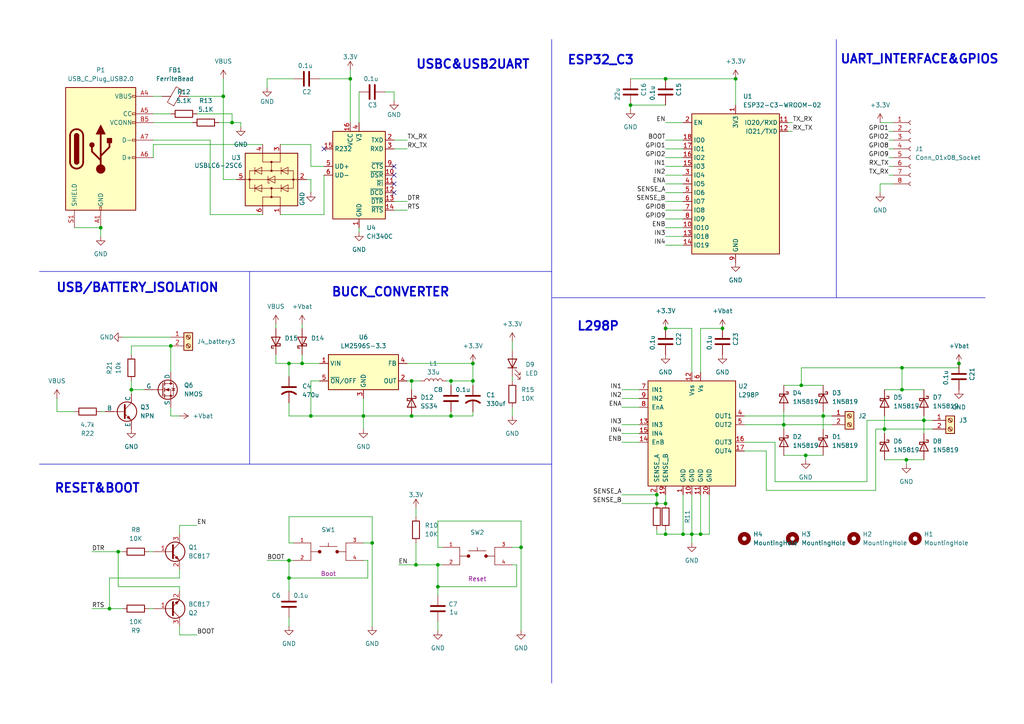
<source format=kicad_sch>
(kicad_sch (version 20250114) (generator "eeschema") (generator_version "9.0")
  (paper "A4")
  (lib_symbols
    (symbol "Connector:Conn_01x08_Socket" (pin_names (offset 1.016) (hide yes))
      (property "Reference" "J" (at 0 10.16 0))
      (property "Value" "Conn_01x08_Socket" (at 0 -12.7 0))
      (symbol "Conn_01x08_Socket_1_1"
        (pin passive line (at -5.08 7.62 0) (length 3.81) (name "Pin_1") (number "1"))
        (pin passive line (at -5.08 5.08 0) (length 3.81) (name "Pin_2") (number "2"))
        (pin passive line (at -5.08 2.54 0) (length 3.81) (name "Pin_3") (number "3"))
        (pin passive line (at -5.08 0 0) (length 3.81) (name "Pin_4") (number "4"))
        (pin passive line (at -5.08 -2.54 0) (length 3.81) (name "Pin_5") (number "5"))
        (pin passive line (at -5.08 -5.08 0) (length 3.81) (name "Pin_6") (number "6"))
        (pin passive line (at -5.08 -7.62 0) (length 3.81) (name "Pin_7") (number "7"))
        (pin passive line (at -5.08 -10.16 0) (length 3.81) (name "Pin_8") (number "8"))
      )
    )
    (symbol "Connector:Screw_Terminal_01x02" (pin_names (offset 1.016) (hide yes))
      (property "Reference" "J" (at 0 2.54 0))
      (property "Value" "Screw_Terminal_01x02" (at 0 -5.08 0))
      (symbol "Screw_Terminal_01x02_1_1"
        (pin passive line (at -5.08 0 0) (length 3.81) (name "Pin_1") (number "1"))
        (pin passive line (at -5.08 -2.54 0) (length 3.81) (name "Pin_2") (number "2"))
      )
    )
    (symbol "Connector:USB_C_Plug_USB2.0" (pin_names (offset 1.016))
      (property "Reference" "P" (at -10.16 19.05 0))
      (property "Value" "USB_C_Plug_USB2.0" (at 12.7 19.05 0))
      (symbol "USB_C_Plug_USB2.0_1_1"
        (pin passive line (at -7.62 -22.86 90) (length 5.08) (name "SHIELD") (number "S1"))
        (pin passive line (at 0 -22.86 90) (length 5.08) (name "GND") (number "A1"))
        (pin passive line (at 0 -22.86 90) (length 5.08) (hide yes) (name "GND") (number "A12"))
        (pin passive line (at 0 -22.86 90) (length 5.08) (hide yes) (name "GND") (number "B1"))
        (pin passive line (at 0 -22.86 90) (length 5.08) (hide yes) (name "GND") (number "B12"))
        (pin passive line (at 15.24 15.24 180) (length 5.08) (name "VBUS") (number "A4"))
        (pin passive line (at 15.24 15.24 180) (length 5.08) (hide yes) (name "VBUS") (number "A9"))
        (pin passive line (at 15.24 15.24 180) (length 5.08) (hide yes) (name "VBUS") (number "B4"))
        (pin passive line (at 15.24 15.24 180) (length 5.08) (hide yes) (name "VBUS") (number "B9"))
        (pin bidirectional line (at 15.24 10.16 180) (length 5.08) (name "CC") (number "A5"))
        (pin bidirectional line (at 15.24 7.62 180) (length 5.08) (name "VCONN") (number "B5"))
        (pin bidirectional line (at 15.24 2.54 180) (length 5.08) (name "D-") (number "A7"))
        (pin bidirectional line (at 15.24 -2.54 180) (length 5.08) (name "D+") (number "A6"))
      )
    )
    (symbol "Device:C_US" (pin_numbers (hide yes)) (pin_names (offset 0.254) (hide yes))
      (property "Reference" "C" (at 0.635 2.54 0))
      (property "Value" "C_US" (at 0.635 -2.54 0))
      (symbol "C_US_1_1"
        (pin passive line (at 0 3.81 270) (length 2.794) (name "~") (number "1"))
        (pin passive line (at 0 -3.81 90) (length 3.302) (name "~") (number "2"))
      )
    )
    (symbol "Device:FerriteBead" (pin_numbers (hide yes)) (pin_names (offset 0))
      (property "Reference" "FB" (at -3.81 0.635 90))
      (property "Value" "FerriteBead" (at 3.81 0 90))
      (symbol "FerriteBead_1_1"
        (pin passive line (at 0 3.81 270) (length 2.54) (name "~") (number "1"))
        (pin passive line (at 0 -3.81 90) (length 2.54) (name "~") (number "2"))
      )
    )
    (symbol "Device:L" (pin_numbers (hide yes)) (pin_names (offset 1.016) (hide yes))
      (property "Reference" "L" (at -1.27 0 90))
      (property "Value" "L" (at 1.905 0 90))
      (symbol "L_1_1"
        (pin passive line (at 0 3.81 270) (length 1.27) (name "1") (number "1"))
        (pin passive line (at 0 -3.81 90) (length 1.27) (name "2") (number "2"))
      )
    )
    (symbol "Device:LED" (pin_numbers (hide yes)) (pin_names (offset 1.016) (hide yes))
      (property "Reference" "D" (at 0 2.54 0))
      (property "Value" "LED" (at 0 -2.54 0))
      (symbol "LED_1_1"
        (pin passive line (at -3.81 0 0) (length 2.54) (name "K") (number "1"))
        (pin passive line (at 3.81 0 180) (length 2.54) (name "A") (number "2"))
      )
    )
    (symbol "Device:R" (pin_numbers (hide yes)) (pin_names (offset 0))
      (property "Reference" "R" (at 2.032 0 90))
      (property "Value" "R" (at 0 0 90))
      (symbol "R_1_1"
        (pin passive line (at 0 3.81 270) (length 1.27) (name "~") (number "1"))
        (pin passive line (at 0 -3.81 90) (length 1.27) (name "~") (number "2"))
      )
    )
    (symbol "Diode:1N5819" (pin_numbers (hide yes)) (pin_names (offset 1.016) (hide yes))
      (property "Reference" "D" (at 0 2.54 0))
      (property "Value" "1N5819" (at 0 -2.54 0))
      (symbol "1N5819_1_1"
        (pin passive line (at -3.81 0 0) (length 2.54) (name "K") (number "1"))
        (pin passive line (at 3.81 0 180) (length 2.54) (name "A") (number "2"))
      )
    )
    (symbol "Diode:SS34" (pin_numbers (hide yes)) (pin_names (offset 1.016) (hide yes))
      (property "Reference" "D" (at 0 2.54 0))
      (property "Value" "SS34" (at 0 -2.54 0))
      (symbol "SS34_1_1"
        (pin passive line (at -3.81 0 0) (length 2.54) (name "K") (number "1"))
        (pin passive line (at 3.81 0 180) (length 2.54) (name "A") (number "2"))
      )
    )
    (symbol "Driver_Motor:L298P" (pin_names (offset 1.016))
      (property "Reference" "U" (at -10.16 16.51 0))
      (property "Value" "L298P" (at 10.16 -16.51 0))
      (symbol "L298P_1_1"
        (pin input line (at -15.24 12.7 0) (length 2.54) (name "IN1") (number "7"))
        (pin input line (at -15.24 10.16 0) (length 2.54) (name "IN2") (number "9"))
        (pin input line (at -15.24 7.62 0) (length 2.54) (name "EnA") (number "8"))
        (pin input line (at -15.24 2.54 0) (length 2.54) (name "IN3") (number "13"))
        (pin input line (at -15.24 0 0) (length 2.54) (name "IN4") (number "15"))
        (pin input line (at -15.24 -2.54 0) (length 2.54) (name "EnB") (number "14"))
        (pin power_in line (at -10.16 -17.78 90) (length 2.54) (name "SENSE_A") (number "2"))
        (pin power_in line (at -7.62 -17.78 90) (length 2.54) (name "SENSE_B") (number "19"))
        (pin power_in line (at -2.54 -17.78 90) (length 2.54) (name "GND") (number "1"))
        (pin power_in line (at 0 17.78 270) (length 2.54) (name "Vss") (number "12"))
        (pin power_in line (at 0 -17.78 90) (length 2.54) (name "GND") (number "10"))
        (pin power_in line (at 2.54 17.78 270) (length 2.54) (name "Vs") (number "6"))
        (pin power_in line (at 2.54 -17.78 90) (length 2.54) (name "GND") (number "11"))
        (pin power_in line (at 5.08 -17.78 90) (length 2.54) (name "GND") (number "20"))
        (pin no_connect line (at 12.7 12.7 180) (length 2.54) (hide yes) (name "NC") (number "3"))
        (pin no_connect line (at 12.7 10.16 180) (length 2.54) (hide yes) (name "NC") (number "18"))
        (pin output line (at 15.24 5.08 180) (length 2.54) (name "OUT1") (number "4"))
        (pin output line (at 15.24 2.54 180) (length 2.54) (name "OUT2") (number "5"))
        (pin output line (at 15.24 -2.54 180) (length 2.54) (name "OUT3") (number "16"))
        (pin output line (at 15.24 -5.08 180) (length 2.54) (name "OUT4") (number "17"))
      )
    )
    (symbol "GND_1" (power) (pin_numbers (hide yes)) (pin_names (offset 0) (hide yes))
      (property "Value" "GND" (at 0 -3.81 0))
      (symbol "GND_1_1_1"
        (pin power_in line (at 0 0 270) (length 0) (name "~") (number "1"))
      )
    )
    (symbol "Interface_USB:CH340C"
      (property "Reference" "U" (at -5.08 13.97 0))
      (property "Value" "CH340C" (at 1.27 13.97 0))
      (symbol "CH340C_1_1"
        (pin input line (at -10.16 7.62 0) (length 2.54) (name "R232") (number "15"))
        (pin bidirectional line (at -10.16 2.54 0) (length 2.54) (name "UD+") (number "5"))
        (pin bidirectional line (at -10.16 0 0) (length 2.54) (name "UD-") (number "6"))
        (pin no_connect line (at -7.62 -5.08 0) (length 2.54) (hide yes) (name "NC") (number "7"))
        (pin no_connect line (at -7.62 -7.62 0) (length 2.54) (hide yes) (name "NC") (number "8"))
        (pin power_in line (at -2.54 15.24 270) (length 2.54) (name "VCC") (number "16"))
        (pin power_out line (at 0 15.24 270) (length 2.54) (name "V3") (number "4"))
        (pin power_in line (at 0 -15.24 90) (length 2.54) (name "GND") (number "1"))
        (pin output line (at 10.16 10.16 180) (length 2.54) (name "TXD") (number "2"))
        (pin input line (at 10.16 7.62 180) (length 2.54) (name "RXD") (number "3"))
        (pin input line (at 10.16 2.54 180) (length 2.54) (name "~{CTS}") (number "9"))
        (pin input line (at 10.16 0 180) (length 2.54) (name "~{DSR}") (number "10"))
        (pin input line (at 10.16 -2.54 180) (length 2.54) (name "~{RI}") (number "11"))
        (pin input line (at 10.16 -5.08 180) (length 2.54) (name "~{DCD}") (number "12"))
        (pin output line (at 10.16 -7.62 180) (length 2.54) (name "~{DTR}") (number "13"))
        (pin output line (at 10.16 -10.16 180) (length 2.54) (name "~{RTS}") (number "14"))
      )
    )
    (symbol "Mechanical:MountingHole" (pin_names (offset 1.016)) (in_bom no)
      (property "Reference" "H" (at 0 5.08 0))
      (property "Value" "MountingHole" (at 0 3.175 0))
    )
    (symbol "Power_Protection:USBLC6-2SC6" (pin_names (hide yes))
      (property "Reference" "U" (at 2.54 8.89 0))
      (property "Value" "USBLC6-2SC6" (at 2.54 -8.89 0))
      (symbol "USBLC6-2SC6_1_1"
        (pin passive line (at -10.16 2.54 0) (length 2.54) (name "I/O1") (number "6"))
        (pin passive line (at -10.16 -2.54 0) (length 2.54) (name "I/O1") (number "1"))
        (pin passive line (at 0 10.16 270) (length 2.54) (name "VBUS") (number "5"))
        (pin passive line (at 0 -10.16 90) (length 2.54) (name "GND") (number "2"))
        (pin passive line (at 10.16 2.54 180) (length 2.54) (name "I/O2") (number "4"))
        (pin passive line (at 10.16 -2.54 180) (length 2.54) (name "I/O2") (number "3"))
      )
    )
    (symbol "RF_Module:ESP32-C3-WROOM-02"
      (property "Reference" "U" (at -12.192 21.336 0))
      (property "Value" "ESP32-C3-WROOM-02" (at 12.192 21.336 0))
      (symbol "ESP32-C3-WROOM-02_1_1"
        (pin input line (at -15.24 17.78 0) (length 2.54) (name "EN") (number "2"))
        (pin bidirectional line (at -15.24 12.7 0) (length 2.54) (name "IO0") (number "18"))
        (pin bidirectional line (at -15.24 10.16 0) (length 2.54) (name "IO1") (number "17"))
        (pin bidirectional line (at -15.24 7.62 0) (length 2.54) (name "IO2") (number "16"))
        (pin bidirectional line (at -15.24 5.08 0) (length 2.54) (name "IO3") (number "15"))
        (pin bidirectional line (at -15.24 2.54 0) (length 2.54) (name "IO4") (number "3"))
        (pin bidirectional line (at -15.24 0 0) (length 2.54) (name "IO5") (number "4"))
        (pin bidirectional line (at -15.24 -2.54 0) (length 2.54) (name "IO6") (number "5"))
        (pin bidirectional line (at -15.24 -5.08 0) (length 2.54) (name "IO7") (number "6"))
        (pin bidirectional line (at -15.24 -7.62 0) (length 2.54) (name "IO8") (number "7"))
        (pin bidirectional line (at -15.24 -10.16 0) (length 2.54) (name "IO9") (number "8"))
        (pin bidirectional line (at -15.24 -12.7 0) (length 2.54) (name "IO10") (number "10"))
        (pin bidirectional line (at -15.24 -15.24 0) (length 2.54) (name "IO18") (number "13"))
        (pin bidirectional line (at -15.24 -17.78 0) (length 2.54) (name "IO19") (number "14"))
        (pin power_in line (at 0 22.86 270) (length 2.54) (name "3V3") (number "1"))
        (pin passive line (at 0 -22.86 90) (length 2.54) (hide yes) (name "GND") (number "19"))
        (pin power_in line (at 0 -22.86 90) (length 2.54) (name "GND") (number "9"))
        (pin bidirectional line (at 15.24 17.78 180) (length 2.54) (name "IO20/RXD") (number "11"))
        (pin bidirectional line (at 15.24 15.24 180) (length 2.54) (name "IO21/TXD") (number "12"))
      )
    )
    (symbol "Regulator_Switching:LM2596S-3.3"
      (property "Reference" "U" (at -10.16 6.35 0))
      (property "Value" "LM2596S-3.3" (at 0 6.35 0))
      (symbol "LM2596S-3.3_1_1"
        (pin power_in line (at -12.7 2.54 0) (length 2.54) (name "VIN") (number "1"))
        (pin input line (at -12.7 -2.54 0) (length 2.54) (name "~{ON}/OFF") (number "5"))
        (pin power_in line (at 0 -7.62 90) (length 2.54) (name "GND") (number "3"))
        (pin input line (at 12.7 2.54 180) (length 2.54) (name "FB") (number "4"))
        (pin output line (at 12.7 -2.54 180) (length 2.54) (name "OUT") (number "2"))
      )
    )
    (symbol "Simulation_SPICE:NMOS" (pin_numbers (hide yes)) (pin_names (offset 0))
      (property "Reference" "Q" (at 5.08 1.27 0))
      (property "Value" "NMOS" (at 5.08 -1.27 0))
      (symbol "NMOS_1_1"
        (pin input line (at -5.08 0 0) (length 2.54) (name "G") (number "2"))
        (pin passive line (at 2.54 5.08 270) (length 2.54) (name "D") (number "1"))
        (pin passive line (at 2.54 -5.08 90) (length 2.54) (name "S") (number "3"))
      )
    )
    (symbol "Simulation_SPICE:NPN" (pin_numbers (hide yes)) (pin_names (offset 0))
      (property "Reference" "Q" (at -2.54 7.62 0))
      (property "Value" "NPN" (at -2.54 5.08 0))
      (symbol "NPN_1_1"
        (pin input line (at -5.08 0 0) (length 2.54) (name "B") (number "2"))
        (pin open_collector line (at 2.54 5.08 270) (length 2.54) (name "C") (number "1"))
        (pin open_emitter line (at 2.54 -5.08 90) (length 2.54) (name "E") (number "3"))
      )
    )
    (symbol "SparkFun-Capacitor:C" (pin_numbers (hide yes)) (pin_names (offset 0.254))
      (property "Reference" "C" (at 0.635 2.54 0))
      (property "Value" "C" (at 0.635 -2.54 0))
      (property "Voltage" "1kV" (at 0 -6.35 0))
      (property "Tolerance" "100%" (at 0 -8.89 0))
      (symbol "C_1_1"
        (pin passive line (at 0 3.81 270) (length 2.794) (name "~") (number "1"))
        (pin passive line (at 0 -3.81 90) (length 2.794) (name "~") (number "2"))
      )
    )
    (symbol "SparkFun-PowerSymbol:3.3V" (power) (pin_names (offset 0))
      (property "Value" "3.3V" (at 0 3.81 0))
      (symbol "3.3V_1_1"
        (pin power_in line (at 0 0 90) (length 0) (hide yes) (name "3.3V") (number "1"))
      )
    )
    (symbol "TL3305AF260QG:TL3305AF260QG" (pin_names (offset 1.016))
      (property "Reference" "U" (at -5.08 5.08 0))
      (property "Value" "TL3305AF260QG" (at -5.08 -5.08 0))
      (symbol "TL3305AF260QG_0_0"
        (pin passive line (at -10.16 2.54 0) (length 5.08) (name "~") (number "1"))
        (pin passive line (at -10.16 -2.54 0) (length 5.08) (name "~") (number "2"))
        (pin passive line (at 10.16 2.54 180) (length 5.08) (name "~") (number "3"))
        (pin passive line (at 10.16 -2.54 180) (length 5.08) (name "~") (number "4"))
      )
    )
    (symbol "Transistor_BJT:BC817" (pin_names (offset 0) (hide yes))
      (property "Reference" "Q" (at 5.08 1.905 0))
      (property "Value" "BC817" (at 5.08 0 0))
      (symbol "BC817_1_1"
        (pin input line (at -5.08 0 0) (length 5.715) (name "B") (number "1"))
        (pin passive line (at 2.54 5.08 270) (length 2.54) (name "C") (number "3"))
        (pin passive line (at 2.54 -5.08 90) (length 2.54) (name "E") (number "2"))
      )
    )
    (symbol "power:+3.3V" (power) (pin_numbers (hide yes)) (pin_names (offset 0) (hide yes))
      (property "Value" "+3.3V" (at 0 3.556 0))
      (symbol "+3.3V_1_1"
        (pin power_in line (at 0 0 90) (length 0) (name "~") (number "1"))
      )
    )
    (symbol "power:GND" (power) (pin_names (offset 0))
      (property "Value" "GND" (at 0 -3.81 0))
      (symbol "GND_1_1"
        (pin power_in line (at 0 0 270) (length 0) (hide yes) (name "GND") (number "1"))
      )
    )
    (symbol "power:VBUS" (power) (pin_numbers (hide yes)) (pin_names (offset 0) (hide yes))
      (property "Value" "VBUS" (at 0 3.556 0))
      (symbol "VBUS_1_1"
        (pin power_in line (at 0 0 90) (length 0) (name "~") (number "1"))
      )
    )
  )
  (text "UART_INTERFACE&GPIOS" (at 266.7 17.272 0) (effects (font (size 2.54 2.54) (thickness 0.508) (bold yes))))
  (text "BUCK_CONVERTER" (at 113.284 84.836 0) (effects (font (size 2.54 2.54) (thickness 0.508) (bold yes))))
  (text "L298P" (at 173.482 94.742 0) (effects (font (size 2.54 2.54) (thickness 0.508) (bold yes))))
  (text "USB/BATTERY_ISOLATION" (at 39.878 83.566 0) (effects (font (size 2.54 2.54) (thickness 0.508) (bold yes))))
  (text "USBC&USB2UART" (at 137.16 18.796 0) (effects (font (size 2.54 2.54) (thickness 0.508) (bold yes))))
  (text "RESET&BOOT" (at 28.194 141.732 0) (effects (font (size 2.54 2.54) (thickness 0.508) (bold yes))))
  (text "ESP32_C3" (at 174.244 17.526 0) (effects (font (size 2.54 2.54) (thickness 0.508) (bold yes))))
  (junction (at 190.5 143.51))
  (junction (at 261.62 113.03))
  (junction (at 101.6 22.86))
  (junction (at 120.65 163.83))
  (junction (at 203.2 154.94))
  (junction (at 193.04 146.05))
  (junction (at 130.81 120.65))
  (junction (at 190.5 146.05))
  (junction (at 233.68 132.08))
  (junction (at 151.13 158.75))
  (junction (at 182.88 30.48))
  (junction (at 267.97 121.92))
  (junction (at 29.21 66.04))
  (junction (at 64.77 27.94))
  (junction (at 261.62 106.68))
  (junction (at 31.75 176.53))
  (junction (at 34.29 160.02))
  (junction (at 90.17 120.65))
  (junction (at 119.38 110.49))
  (junction (at 38.1 113.03))
  (junction (at 209.55 95.25))
  (junction (at 49.53 100.33))
  (junction (at 198.12 154.94))
  (junction (at 137.16 110.49))
  (junction (at 262.89 133.35))
  (junction (at 107.95 157.48))
  (junction (at 119.38 120.65))
  (junction (at 238.76 120.65))
  (junction (at 200.66 154.94))
  (junction (at 193.04 22.86))
  (junction (at 278.13 105.41))
  (junction (at 193.04 95.25))
  (junction (at 213.36 22.86))
  (junction (at 87.63 105.41))
  (junction (at 83.82 167.64))
  (junction (at 127 163.83))
  (junction (at 256.54 124.46))
  (junction (at 227.33 123.19))
  (junction (at 83.82 162.56))
  (junction (at 105.41 120.65))
  (junction (at 130.81 110.49))
  (junction (at 232.41 111.76))
  (junction (at 67.31 35.56))
  (junction (at 83.82 105.41))
  (junction (at 127 170.18))
  (junction (at 137.16 105.41))
  (junction (at 193.04 154.94))
  (no_connect (at 114.3 50.8))
  (no_connect (at 114.3 48.26))
  (no_connect (at 93.98 43.18))
  (no_connect (at 114.3 55.88))
  (no_connect (at 114.3 53.34))
  (wire (pts (xy 115.57 163.83) (xy 120.65 163.83)))
  (wire (pts (xy 148.59 118.11) (xy 148.59 120.65)))
  (wire (pts (xy 180.34 113.03) (xy 185.42 113.03)))
  (wire (pts (xy 256.54 120.65) (xy 256.54 124.46)))
  (wire (pts (xy 270.51 121.92) (xy 267.97 121.92)))
  (wire (pts (xy 203.2 95.25) (xy 209.55 95.25)))
  (wire (pts (xy 190.5 154.94) (xy 193.04 154.94)))
  (wire (pts (xy 193.04 43.18) (xy 198.12 43.18)))
  (wire (pts (xy 180.34 123.19) (xy 185.42 123.19)))
  (polyline (pts (xy 160.02 86.36) (xy 285.75 86.36)) (stroke (width 0) (type solid)))
  (wire (pts (xy 137.16 110.49) (xy 137.16 111.76)))
  (wire (pts (xy 80.01 93.98) (xy 80.01 95.25)))
  (wire (pts (xy 200.66 154.94) (xy 200.66 157.48)))
  (wire (pts (xy 34.29 160.02) (xy 35.56 160.02)))
  (wire (pts (xy 127 158.75) (xy 127 151.13)))
  (wire (pts (xy 215.9 120.65) (xy 238.76 120.65)))
  (wire (pts (xy 52.07 171.45) (xy 52.07 170.18)))
  (wire (pts (xy 193.04 68.58) (xy 198.12 68.58)))
  (wire (pts (xy 254 124.46) (xy 256.54 124.46)))
  (wire (pts (xy 261.62 106.68) (xy 261.62 113.03)))
  (wire (pts (xy 83.82 157.48) (xy 83.82 149.86)))
  (polyline (pts (xy 242.57 11.43) (xy 242.57 12.7)))
  (wire (pts (xy 111.76 26.67) (xy 114.3 26.67)))
  (wire (pts (xy 224.79 128.27) (xy 224.79 139.7)))
  (wire (pts (xy 227.33 119.38) (xy 227.33 123.19)))
  (wire (pts (xy 31.75 167.64) (xy 31.75 176.53)))
  (wire (pts (xy 233.68 132.08) (xy 238.76 132.08)))
  (wire (pts (xy 105.41 120.65) (xy 105.41 124.46)))
  (wire (pts (xy 83.82 149.86) (xy 107.95 149.86)))
  (wire (pts (xy 200.66 143.51) (xy 200.66 154.94)))
  (wire (pts (xy 182.88 30.48) (xy 182.88 31.75)))
  (wire (pts (xy 193.04 22.86) (xy 182.88 22.86)))
  (wire (pts (xy 77.47 22.86) (xy 77.47 25.4)))
  (wire (pts (xy 229.87 35.56) (xy 228.6 35.56)))
  (wire (pts (xy 101.6 22.86) (xy 101.6 35.56)))
  (wire (pts (xy 259.08 53.34) (xy 255.27 53.34)))
  (wire (pts (xy 127 151.13) (xy 151.13 151.13)))
  (wire (pts (xy 44.45 40.64) (xy 60.96 40.64)))
  (wire (pts (xy 193.04 48.26) (xy 198.12 48.26)))
  (wire (pts (xy 200.66 95.25) (xy 200.66 107.95)))
  (wire (pts (xy 29.21 119.38) (xy 30.48 119.38)))
  (wire (pts (xy 106.68 162.56) (xy 106.68 167.64)))
  (wire (pts (xy 119.38 110.49) (xy 121.92 110.49)))
  (wire (pts (xy 257.81 48.26) (xy 259.08 48.26)))
  (wire (pts (xy 130.81 119.38) (xy 130.81 120.65)))
  (wire (pts (xy 255.27 35.56) (xy 259.08 35.56)))
  (wire (pts (xy 215.9 130.81) (xy 222.25 130.81)))
  (wire (pts (xy 222.25 142.24) (xy 254 142.24)))
  (wire (pts (xy 267.97 121.92) (xy 267.97 125.73)))
  (wire (pts (xy 148.59 158.75) (xy 151.13 158.75)))
  (wire (pts (xy 251.46 139.7) (xy 251.46 121.92)))
  (wire (pts (xy 93.98 62.23) (xy 93.98 50.8)))
  (polyline (pts (xy 11.43 78.74) (xy 160.02 78.74)))
  (wire (pts (xy 148.59 99.06) (xy 148.59 101.6)))
  (wire (pts (xy 193.04 45.72) (xy 198.12 45.72)))
  (wire (pts (xy 118.11 110.49) (xy 119.38 110.49)))
  (wire (pts (xy 52.07 165.1) (xy 52.07 167.64)))
  (wire (pts (xy 35.56 97.79) (xy 49.53 97.79)))
  (wire (pts (xy 105.41 120.65) (xy 119.38 120.65)))
  (wire (pts (xy 52.07 184.15) (xy 57.15 184.15)))
  (wire (pts (xy 257.81 45.72) (xy 259.08 45.72)))
  (wire (pts (xy 213.36 22.86) (xy 213.36 30.48)))
  (wire (pts (xy 129.54 110.49) (xy 130.81 110.49)))
  (wire (pts (xy 149.86 163.83) (xy 148.59 163.83)))
  (wire (pts (xy 257.81 43.18) (xy 259.08 43.18)))
  (wire (pts (xy 44.45 41.91) (xy 44.45 45.72)))
  (wire (pts (xy 203.2 154.94) (xy 200.66 154.94)))
  (wire (pts (xy 213.36 22.86) (xy 193.04 22.86)))
  (wire (pts (xy 44.45 35.56) (xy 55.88 35.56)))
  (wire (pts (xy 41.91 113.03) (xy 38.1 113.03)))
  (wire (pts (xy 52.07 181.61) (xy 52.07 184.15)))
  (wire (pts (xy 180.34 125.73) (xy 185.42 125.73)))
  (wire (pts (xy 193.04 40.64) (xy 198.12 40.64)))
  (wire (pts (xy 21.59 66.04) (xy 29.21 66.04)))
  (wire (pts (xy 81.28 62.23) (xy 93.98 62.23)))
  (wire (pts (xy 180.34 128.27) (xy 185.42 128.27)))
  (wire (pts (xy 16.51 119.38) (xy 16.51 115.57)))
  (wire (pts (xy 44.45 27.94) (xy 46.99 27.94)))
  (wire (pts (xy 83.82 116.84) (xy 83.82 120.65)))
  (wire (pts (xy 52.07 152.4) (xy 57.15 152.4)))
  (wire (pts (xy 257.81 38.1) (xy 259.08 38.1)))
  (wire (pts (xy 198.12 143.51) (xy 198.12 154.94)))
  (wire (pts (xy 227.33 111.76) (xy 232.41 111.76)))
  (wire (pts (xy 119.38 110.49) (xy 119.38 113.03)))
  (polyline (pts (xy 242.57 12.7) (xy 242.57 86.36)))
  (wire (pts (xy 107.95 149.86) (xy 107.95 157.48)))
  (wire (pts (xy 137.16 119.38) (xy 137.16 120.65)))
  (wire (pts (xy 90.17 48.26) (xy 93.98 48.26)))
  (wire (pts (xy 114.3 60.96) (xy 118.11 60.96)))
  (wire (pts (xy 34.29 160.02) (xy 34.29 170.18)))
  (wire (pts (xy 92.71 110.49) (xy 90.17 110.49)))
  (wire (pts (xy 31.75 176.53) (xy 35.56 176.53)))
  (wire (pts (xy 127 163.83) (xy 128.27 163.83)))
  (wire (pts (xy 26.67 176.53) (xy 31.75 176.53)))
  (wire (pts (xy 255.27 53.34) (xy 255.27 55.88)))
  (wire (pts (xy 38.1 113.03) (xy 38.1 114.3)))
  (wire (pts (xy 241.3 120.65) (xy 238.76 120.65)))
  (wire (pts (xy 83.82 120.65) (xy 90.17 120.65)))
  (wire (pts (xy 83.82 179.07) (xy 83.82 181.61)))
  (wire (pts (xy 83.82 167.64) (xy 83.82 171.45)))
  (wire (pts (xy 26.67 160.02) (xy 34.29 160.02)))
  (wire (pts (xy 261.62 113.03) (xy 267.97 113.03)))
  (wire (pts (xy 238.76 120.65) (xy 238.76 119.38)))
  (wire (pts (xy 232.41 111.76) (xy 238.76 111.76)))
  (wire (pts (xy 114.3 40.64) (xy 118.11 40.64)))
  (wire (pts (xy 114.3 58.42) (xy 118.11 58.42)))
  (wire (pts (xy 105.41 120.65) (xy 105.41 115.57)))
  (wire (pts (xy 193.04 53.34) (xy 198.12 53.34)))
  (wire (pts (xy 64.77 22.86) (xy 64.77 27.94)))
  (wire (pts (xy 215.9 128.27) (xy 224.79 128.27)))
  (wire (pts (xy 193.04 35.56) (xy 198.12 35.56)))
  (wire (pts (xy 256.54 113.03) (xy 261.62 113.03)))
  (polyline (pts (xy 160.02 11.43) (xy 160.02 198.12)) (stroke (width 0) (type solid)))
  (wire (pts (xy 232.41 106.68) (xy 232.41 111.76)))
  (wire (pts (xy 63.5 35.56) (xy 67.31 35.56)))
  (wire (pts (xy 203.2 143.51) (xy 203.2 154.94)))
  (wire (pts (xy 130.81 110.49) (xy 137.16 110.49)))
  (wire (pts (xy 205.74 143.51) (xy 205.74 154.94)))
  (wire (pts (xy 190.5 154.94) (xy 190.5 153.67)))
  (wire (pts (xy 114.3 26.67) (xy 114.3 29.21)))
  (wire (pts (xy 241.3 123.19) (xy 227.33 123.19)))
  (wire (pts (xy 193.04 143.51) (xy 193.04 146.05)))
  (wire (pts (xy 101.6 20.32) (xy 101.6 22.86)))
  (wire (pts (xy 180.34 118.11) (xy 185.42 118.11)))
  (wire (pts (xy 149.86 170.18) (xy 149.86 163.83)))
  (wire (pts (xy 85.09 22.86) (xy 77.47 22.86)))
  (wire (pts (xy 69.85 35.56) (xy 69.85 36.83)))
  (wire (pts (xy 267.97 121.92) (xy 267.97 120.65)))
  (wire (pts (xy 49.53 100.33) (xy 38.1 100.33)))
  (wire (pts (xy 137.16 105.41) (xy 137.16 110.49)))
  (wire (pts (xy 83.82 105.41) (xy 83.82 109.22)))
  (wire (pts (xy 198.12 154.94) (xy 200.66 154.94)))
  (wire (pts (xy 130.81 110.49) (xy 130.81 111.76)))
  (wire (pts (xy 256.54 124.46) (xy 256.54 125.73)))
  (wire (pts (xy 67.31 33.02) (xy 67.31 35.56)))
  (wire (pts (xy 90.17 110.49) (xy 90.17 120.65)))
  (wire (pts (xy 76.2 41.91) (xy 44.45 41.91)))
  (wire (pts (xy 90.17 41.91) (xy 90.17 48.26)))
  (wire (pts (xy 49.53 100.33) (xy 49.53 107.95)))
  (wire (pts (xy 67.31 35.56) (xy 69.85 35.56)))
  (wire (pts (xy 43.18 160.02) (xy 44.45 160.02)))
  (wire (pts (xy 193.04 60.96) (xy 198.12 60.96)))
  (wire (pts (xy 180.34 146.05) (xy 190.5 146.05)))
  (polyline (pts (xy 72.39 78.74) (xy 72.39 134.62)))
  (wire (pts (xy 60.96 62.23) (xy 76.2 62.23)))
  (wire (pts (xy 52.07 170.18) (xy 34.29 170.18)))
  (wire (pts (xy 190.5 146.05) (xy 193.04 146.05)))
  (wire (pts (xy 193.04 153.67) (xy 193.04 154.94)))
  (wire (pts (xy 262.89 133.35) (xy 262.89 134.62)))
  (wire (pts (xy 49.53 120.65) (xy 52.07 120.65)))
  (wire (pts (xy 87.63 105.41) (xy 92.71 105.41)))
  (wire (pts (xy 49.53 118.11) (xy 49.53 120.65)))
  (wire (pts (xy 44.45 33.02) (xy 49.53 33.02)))
  (wire (pts (xy 254 142.24) (xy 254 124.46)))
  (wire (pts (xy 193.04 58.42) (xy 198.12 58.42)))
  (wire (pts (xy 104.14 66.04) (xy 104.14 67.31)))
  (wire (pts (xy 64.77 27.94) (xy 54.61 27.94)))
  (wire (pts (xy 107.95 157.48) (xy 107.95 181.61)))
  (wire (pts (xy 87.63 102.87) (xy 87.63 105.41)))
  (wire (pts (xy 238.76 120.65) (xy 238.76 124.46)))
  (wire (pts (xy 101.6 22.86) (xy 92.71 22.86)))
  (wire (pts (xy 87.63 105.41) (xy 83.82 105.41)))
  (wire (pts (xy 77.47 162.56) (xy 83.82 162.56)))
  (wire (pts (xy 257.81 40.64) (xy 259.08 40.64)))
  (wire (pts (xy 90.17 52.07) (xy 90.17 55.88)))
  (wire (pts (xy 193.04 71.12) (xy 198.12 71.12)))
  (wire (pts (xy 52.07 167.64) (xy 31.75 167.64)))
  (wire (pts (xy 148.59 109.22) (xy 148.59 110.49)))
  (wire (pts (xy 114.3 43.18) (xy 118.11 43.18)))
  (wire (pts (xy 105.41 162.56) (xy 106.68 162.56)))
  (wire (pts (xy 193.04 63.5) (xy 198.12 63.5)))
  (wire (pts (xy 193.04 55.88) (xy 198.12 55.88)))
  (wire (pts (xy 203.2 95.25) (xy 203.2 107.95)))
  (wire (pts (xy 83.82 157.48) (xy 85.09 157.48)))
  (wire (pts (xy 120.65 147.32) (xy 120.65 149.86)))
  (wire (pts (xy 151.13 158.75) (xy 151.13 182.88)))
  (wire (pts (xy 83.82 162.56) (xy 85.09 162.56)))
  (wire (pts (xy 60.96 40.64) (xy 60.96 62.23)))
  (wire (pts (xy 127 170.18) (xy 149.86 170.18)))
  (wire (pts (xy 38.1 100.33) (xy 38.1 102.87)))
  (wire (pts (xy 43.18 176.53) (xy 44.45 176.53)))
  (wire (pts (xy 81.28 41.91) (xy 90.17 41.91)))
  (wire (pts (xy 16.51 119.38) (xy 21.59 119.38)))
  (wire (pts (xy 120.65 163.83) (xy 127 163.83)))
  (wire (pts (xy 87.63 93.98) (xy 87.63 95.25)))
  (polyline (pts (xy 11.43 134.62) (xy 160.02 134.62)) (stroke (width 0) (type solid)))
  (wire (pts (xy 256.54 133.35) (xy 262.89 133.35)))
  (wire (pts (xy 229.87 38.1) (xy 228.6 38.1)))
  (wire (pts (xy 83.82 167.64) (xy 106.68 167.64)))
  (wire (pts (xy 64.77 52.07) (xy 64.77 27.94)))
  (wire (pts (xy 29.21 66.04) (xy 29.21 68.58)))
  (wire (pts (xy 68.58 52.07) (xy 64.77 52.07)))
  (wire (pts (xy 262.89 133.35) (xy 267.97 133.35)))
  (wire (pts (xy 127 170.18) (xy 127 172.72)))
  (wire (pts (xy 90.17 120.65) (xy 105.41 120.65)))
  (wire (pts (xy 119.38 120.65) (xy 130.81 120.65)))
  (wire (pts (xy 38.1 110.49) (xy 38.1 113.03)))
  (wire (pts (xy 57.15 33.02) (xy 67.31 33.02)))
  (wire (pts (xy 270.51 124.46) (xy 256.54 124.46)))
  (wire (pts (xy 190.5 143.51) (xy 190.5 146.05)))
  (wire (pts (xy 205.74 154.94) (xy 203.2 154.94)))
  (wire (pts (xy 52.07 154.94) (xy 52.07 152.4)))
  (wire (pts (xy 127 158.75) (xy 128.27 158.75)))
  (wire (pts (xy 104.14 26.67) (xy 104.14 35.56)))
  (wire (pts (xy 233.68 132.08) (xy 233.68 133.35)))
  (wire (pts (xy 193.04 66.04) (xy 198.12 66.04)))
  (wire (pts (xy 80.01 105.41) (xy 83.82 105.41)))
  (wire (pts (xy 278.13 106.68) (xy 278.13 105.41)))
  (wire (pts (xy 127 180.34) (xy 127 182.88)))
  (wire (pts (xy 193.04 154.94) (xy 198.12 154.94)))
  (wire (pts (xy 151.13 151.13) (xy 151.13 158.75)))
  (wire (pts (xy 83.82 162.56) (xy 83.82 167.64)))
  (wire (pts (xy 193.04 50.8) (xy 198.12 50.8)))
  (wire (pts (xy 232.41 106.68) (xy 261.62 106.68)))
  (wire (pts (xy 120.65 157.48) (xy 120.65 163.83)))
  (wire (pts (xy 200.66 95.25) (xy 193.04 95.25)))
  (wire (pts (xy 180.34 143.51) (xy 190.5 143.51)))
  (wire (pts (xy 222.25 130.81) (xy 222.25 142.24)))
  (wire (pts (xy 105.41 157.48) (xy 107.95 157.48)))
  (wire (pts (xy 261.62 106.68) (xy 278.13 106.68)))
  (wire (pts (xy 227.33 132.08) (xy 233.68 132.08)))
  (wire (pts (xy 224.79 139.7) (xy 251.46 139.7)))
  (wire (pts (xy 215.9 123.19) (xy 227.33 123.19)))
  (wire (pts (xy 80.01 102.87) (xy 80.01 105.41)))
  (wire (pts (xy 227.33 123.19) (xy 227.33 124.46)))
  (wire (pts (xy 118.11 105.41) (xy 137.16 105.41)))
  (wire (pts (xy 127 163.83) (xy 127 170.18)))
  (wire (pts (xy 251.46 121.92) (xy 267.97 121.92)))
  (wire (pts (xy 182.88 30.48) (xy 193.04 30.48)))
  (wire (pts (xy 180.34 115.57) (xy 185.42 115.57)))
  (wire (pts (xy 88.9 52.07) (xy 90.17 52.07)))
  (wire (pts (xy 257.81 50.8) (xy 259.08 50.8)))
  (wire (pts (xy 130.81 120.65) (xy 137.16 120.65)))
  (label "RX_TX" (at 229.87 38.1 0))
  (label "ENA" (at 193.04 53.34 180))
  (label "DTR" (at 118.11 58.42 0))
  (label "TX_RX" (at 118.11 40.64 0))
  (label "RTS" (at 118.11 60.96 0))
  (label "SENSE_A" (at 180.34 143.51 180))
  (label "BOOT" (at 77.47 162.56 0))
  (label "GPIO8" (at 193.04 60.96 180))
  (label "ENA" (at 180.34 118.11 180))
  (label "EN" (at 57.15 152.4 0))
  (label "RTS" (at 26.67 176.53 0))
  (label "IN1" (at 180.34 113.03 180))
  (label "GPIO8" (at 257.81 43.18 180))
  (label "DTR" (at 26.67 160.02 0))
  (label "EN" (at 115.57 163.83 0))
  (label "GPIO2" (at 257.81 40.64 180))
  (label "IN3" (at 193.04 68.58 180))
  (label "IN4" (at 180.34 125.73 180))
  (label "ENB" (at 193.04 66.04 180))
  (label "GPIO1" (at 257.81 38.1 180))
  (label "SENSE_A" (at 193.04 55.88 180))
  (label "TX_RX" (at 229.87 35.56 0))
  (label "TX_RX" (at 257.81 50.8 180))
  (label "GPIO9" (at 257.81 45.72 180))
  (label "SENSE_B" (at 193.04 58.42 180))
  (label "ENB" (at 180.34 128.27 180))
  (label "IN4" (at 193.04 71.12 180))
  (label "RX_TX" (at 118.11 43.18 0))
  (label "EN" (at 193.04 35.56 180))
  (label "GPIO9" (at 193.04 63.5 180))
  (label "IN2" (at 180.34 115.57 180))
  (label "BOOT" (at 193.04 40.64 180))
  (label "GPIO2" (at 193.04 45.72 180))
  (label "SENSE_B" (at 180.34 146.05 180))
  (label "RX_TX" (at 257.81 48.26 180))
  (label "BOOT" (at 57.15 184.15 0))
  (label "IN3" (at 180.34 123.19 180))
  (label "IN1" (at 193.04 48.26 180))
  (label "GPIO1" (at 193.04 43.18 180))
  (label "IN2" (at 193.04 50.8 180))
  (symbol (lib_id "power:GND") (at 200.66 157.48 0) (unit 1)
    (property "Reference" "#PWR027" (effects (hide yes)))
    (property "Value" "GND" (at 200.66 162.56 0))
    (property "Description" "Power symbol creates a global label with name \"GND\" , ground" (effects (hide yes)))
  )
  (symbol (lib_id "power:+3.3V") (at 137.16 105.41 0) (unit 1)
    (property "Reference" "#PWR040" (effects (hide yes)))
    (property "Value" "+3.3V" (at 137.16 100.33 0))
    (property "Description" "Power symbol creates a global label with name \"+3.3V\"" (effects (hide yes)))
  )
  (symbol (lib_id "RF_Module:ESP32-C3-WROOM-02") (at 213.36 53.34 0) (unit 1)
    (property "Reference" "U1" (at 215.5033 27.94 0) (effects (justify left)))
    (property "Value" "ESP32-C3-WROOM-02" (at 215.5033 30.48 0) (effects (justify left)))
    (property "Footprint" "RF_Module:ESP32-C3-WROOM-02" (effects (hide yes)))
    (property "Datasheet" "https://www.espressif.com/sites/default/files/documentation/esp32-c3-wroom-02_datasheet_en.pdf" (effects (hide yes)))
    (property "Description" "802.11 b/g/n Wi­Fi and Bluetooth 5 module, ESP32­C3 SoC, RISC­V microprocessor, On-board antenna" (effects (hide yes)))
  )
  (symbol (lib_id "Simulation_SPICE:NMOS") (at 46.99 113.03 0) (unit 1)
    (property "Reference" "Q6" (at 53.34 111.7599 0) (effects (justify left)))
    (property "Value" "NMOS" (at 53.34 114.2999 0) (effects (justify left)))
    (property "Footprint" "Package_TO_SOT_SMD:TO-252-2" (effects (hide yes)))
    (property "Datasheet" "https://ngspice.sourceforge.io/docs/ngspice-html-manual/manual.xhtml#cha_MOSFETs" (effects (hide yes)))
    (property "Description" "N-MOSFET transistor, drain/source/gate" (effects (hide yes)))
    (property "Sim.Device" "NMOS" (effects (hide yes)))
    (property "Sim.Type" "VDMOS" (effects (hide yes)))
    (property "Sim.Pins" "1=D 2=G 3=S" (effects (hide yes)))
  )
  (symbol (lib_id "Connector:Screw_Terminal_01x02") (at 275.59 121.92 0) (unit 1)
    (property "Reference" "J3" (at 278.13 121.9199 0) (effects (justify left)))
    (property "Value" "Screw_Terminal_01x02" (effects (hide yes)))
    (property "Footprint" "TerminalBlock_Phoenix:TerminalBlock_Phoenix_MPT-0,5-2-2.54_1x02_P2.54mm_Horizontal" (effects (hide yes)))
    (property "Description" "Generic screw terminal, single row, 01x02, script generated (kicad-library-utils/schlib/autogen/connector/)" (effects (hide yes)))
  )
  (symbol (lib_id "SparkFun-PowerSymbol:3.3V") (at 120.65 147.32 0) (unit 1)
    (property "Reference" "#PWR013" (effects (hide yes)))
    (property "Value" "3.3V" (at 120.65 143.51 0))
    (property "Description" "Power symbol creates a global label with name \"3.3V\"" (effects (hide yes)))
  )
  (symbol (lib_id "Diode:1N5819") (at 227.33 115.57 270) (unit 1)
    (property "Reference" "D4" (at 229.87 113.9824 90) (effects (justify left)))
    (property "Value" "1N5819" (at 229.87 116.5224 90) (effects (justify left)))
    (property "Footprint" "Diode_SMD:D_SMB" (effects (hide yes)))
    (property "Datasheet" "http://www.vishay.com/docs/88525/1n5817.pdf" (effects (hide yes)))
    (property "Description" "40V 1A Schottky Barrier Rectifier Diode, DO-41" (effects (hide yes)))
  )
  (symbol (lib_id "Device:R") (at 193.04 149.86 0) (mirror x) (unit 1)
    (property "Reference" "R11" (at 199.39 149.86 90))
    (property "Value" "1" (effects (hide yes)))
    (property "Footprint" "Resistor_SMD:R_0805_2012Metric" (effects (hide yes)))
    (property "Description" "Resistor" (effects (hide yes)))
    (property "PACKAGE" "0805" (effects (hide yes)))
  )
  (symbol (lib_id "Mechanical:MountingHole") (at 229.87 156.21 0) (unit 1) (in_bom no)
    (property "Reference" "H3" (at 232.41 154.9399 0) (effects (justify left)))
    (property "Value" "MountingHole" (at 232.41 157.4799 0) (effects (justify left)))
    (property "Footprint" "MountingHole:MountingHole_2.2mm_M2_DIN965_Pad_TopOnly" (effects (hide yes)))
    (property "Description" "Mounting Hole without connection" (effects (hide yes)))
  )
  (symbol (lib_id "Device:R") (at 190.5 149.86 0) (mirror x) (unit 1)
    (property "Reference" "R14" (effects (hide yes)))
    (property "Value" "1" (effects (hide yes)))
    (property "Footprint" "Resistor_SMD:R_0805_2012Metric" (effects (hide yes)))
    (property "Description" "Resistor" (effects (hide yes)))
    (property "PACKAGE" "0805" (effects (hide yes)))
  )
  (symbol (lib_id "Power_Protection:USBLC6-2SC6") (at 78.74 52.07 90) (unit 1)
    (property "Reference" "U3" (at 69.85 45.72 90) (effects (justify left)))
    (property "Value" "USBLC6-2SC6" (at 70.358 48.006 90) (effects (justify left)))
    (property "Footprint" "Package_TO_SOT_SMD:SOT-23-6" (effects (hide yes)))
    (property "Datasheet" "https://www.st.com/resource/en/datasheet/usblc6-2.pdf" (effects (hide yes)))
    (property "Description" "ESD Suppressors / TVS Diodes ESD Protection Low Cap" (effects (hide yes)))
    (property "Manufacturer_Name" "STMicroelectronics" (effects (hide yes)))
    (property "Manufacturer_Part_Number" "USBLC6-2SC6" (effects (hide yes)))
    (property "Mouser Part Number" "511-USBLC6-2SC6" (effects (hide yes)))
    (property "MANUFACTURER" "STMicroelectronics" (effects (hide yes)))
    (property "PACKAGE" "SOT-23-6" (effects (hide yes)))
  )
  (symbol (lib_id "power:GND") (at 77.47 25.4 0) (unit 1)
    (property "Reference" "#PWR03" (effects (hide yes)))
    (property "Value" "GND" (at 77.47 29.464 0))
    (property "Description" "Power symbol creates a global label with name \"GND\" , ground" (effects (hide yes)))
  )
  (symbol (lib_id "Mechanical:MountingHole") (at 247.65 156.21 0) (unit 1) (in_bom no)
    (property "Reference" "H2" (at 250.19 154.9399 0) (effects (justify left)))
    (property "Value" "MountingHole" (at 250.19 157.4799 0) (effects (justify left)))
    (property "Footprint" "MountingHole:MountingHole_2.2mm_M2_DIN965_Pad_TopOnly" (effects (hide yes)))
    (property "Description" "Mounting Hole without connection" (effects (hide yes)))
  )
  (symbol (lib_id "TL3305AF260QG:TL3305AF260QG") (at 138.43 161.29 0) (unit 1)
    (property "Reference" "SW2" (at 138.43 154.432 0))
    (property "Value" "1101NE" (effects (hide yes)))
    (property "Footprint" "New_Library:SW_FSM8JH" (effects (hide yes)))
    (property "Datasheet" "https://www.sparkfun.com/datasheets/Components/1101.pdf" (effects (hide yes)))
    (property "Description" "SMD_6x3.5mm_h2.5mm" (effects (hide yes)))
    (property "PROD_ID" "SWCH-14278" (effects (hide yes)))
    (property "Mfg Part#" "8-004 SMD Button 8x3.6mm Height=2.5mm" (effects (hide yes)))
    (property "Purpose" "Reset" (at 138.43 167.894 0))
    (property "Manufacturer_Part_Number" "1101NE" (effects (hide yes)))
    (property "MF" "E-Switch" (effects (hide yes)))
    (property "Description_1" "Tactile Switch SPST-NO Top Actuated Surface Mount" (effects (hide yes)))
    (property "Package" "SMD-4 E-Switch" (effects (hide yes)))
    (property "Price" "None" (effects (hide yes)))
    (property "SnapEDA_Link" "https://www.snapeda.com/parts/TL3305AF260QG/E-Switch/view-part/?ref=snap" (effects (hide yes)))
    (property "MP" "TL3305AF260QG" (effects (hide yes)))
    (property "Availability" "In Stock" (effects (hide yes)))
    (property "Check_prices" "https://www.snapeda.com/parts/TL3305AF260QG/E-Switch/view-part/?ref=eda" (effects (hide yes)))
    (property "STANDARD" "Manufacturer recommendations" (effects (hide yes)))
    (property "PARTREV" "C" (effects (hide yes)))
    (property "MANUFACTURER" "E-Switch" (effects (hide yes)))
    (property "MAXIMUM_PACKAGE_HEIGHT" "3.8mm" (effects (hide yes)))
  )
  (symbol (lib_id "Diode:1N5819") (at 238.76 128.27 270) (unit 1)
    (property "Reference" "D1" (at 241.3 126.6824 90) (effects (justify left)))
    (property "Value" "1N5819" (at 241.3 129.2224 90) (effects (justify left)))
    (property "Footprint" "Diode_SMD:D_SMB" (effects (hide yes)))
    (property "Datasheet" "http://www.vishay.com/docs/88525/1n5817.pdf" (effects (hide yes)))
    (property "Description" "40V 1A Schottky Barrier Rectifier Diode, DO-41" (effects (hide yes)))
  )
  (symbol (lib_id "Mechanical:MountingHole") (at 215.9 156.21 0) (unit 1) (in_bom no)
    (property "Reference" "H4" (at 218.44 154.9399 0) (effects (justify left)))
    (property "Value" "MountingHole" (at 218.44 157.4799 0) (effects (justify left)))
    (property "Footprint" "MountingHole:MountingHole_2.2mm_M2_DIN965_Pad_TopOnly" (effects (hide yes)))
    (property "Description" "Mounting Hole without connection" (effects (hide yes)))
  )
  (symbol (lib_id "Connector:Screw_Terminal_01x02") (at 54.61 97.79 0) (unit 1)
    (property "Reference" "J4_battery3" (at 57.15 99.0599 0) (effects (justify left)))
    (property "Value" "Screw_Terminal_01x02" (effects (hide yes)))
    (property "Footprint" "TerminalBlock_Phoenix:TerminalBlock_Phoenix_MPT-0,5-2-2.54_1x02_P2.54mm_Horizontal" (effects (hide yes)))
    (property "Description" "Generic screw terminal, single row, 01x02, script generated (kicad-library-utils/schlib/autogen/connector/)" (effects (hide yes)))
  )
  (symbol (lib_id "Connector:Conn_01x08_Socket") (at 264.16 43.18 0) (unit 1)
    (property "Reference" "J1" (at 265.43 43.1799 0) (effects (justify left)))
    (property "Value" "Conn_01x08_Socket" (at 265.43 45.7199 0) (effects (justify left)))
    (property "Footprint" "Connector_PinSocket_1.27mm:PinSocket_1x08_P1.27mm_Vertical_SMD_Pin1Right" (effects (hide yes)))
    (property "Description" "Generic connector, single row, 01x08, script generated" (effects (hide yes)))
  )
  (symbol (lib_id "SparkFun-Capacitor:C") (at 127 176.53 0) (unit 1)
    (property "Reference" "C7" (at 130.048 175.26 0) (effects (justify left)))
    (property "Value" "1u" (at 130.302 177.546 0) (effects (justify left)))
    (property "Footprint" "Capacitor_SMD:C_0805_2012Metric" (effects (hide yes)))
    (property "Datasheet" "https://cdn.sparkfun.com/assets/8/a/4/a/5/Kemet_Capacitor_Datasheet.pdf" (effects (hide yes)))
    (property "PROD_ID" "CAP-00000" (effects (hide yes)))
    (property "Voltage" "1kV" (effects (hide yes)))
    (property "Tolerance" "100%" (effects (hide yes)))
  )
  (symbol (lib_id "Device:R") (at 59.69 35.56 90) (unit 1)
    (property "Reference" "R13" (at 59.69 29.21 90))
    (property "Value" "5.1K" (at 59.69 31.75 90))
    (property "Footprint" "Resistor_SMD:R_0805_2012Metric" (effects (hide yes)))
    (property "Description" "Resistor" (effects (hide yes)))
    (property "PACKAGE" "0805" (effects (hide yes)))
  )
  (symbol (lib_id "power:+3.3V") (at 213.36 22.86 0) (unit 1)
    (property "Reference" "#PWR031" (effects (hide yes)))
    (property "Value" "+3.3V" (at 213.36 17.78 0))
    (property "Description" "Power symbol creates a global label with name \"+3.3V\"" (effects (hide yes)))
  )
  (symbol (lib_id "Device:L") (at 125.73 110.49 90) (unit 1)
    (property "Reference" "L1" (at 125.73 105.41 90))
    (property "Value" "33u" (at 125.73 107.95 90))
    (property "Footprint" "Inductor_SMD:L_APV_ANR3010" (effects (hide yes)))
    (property "Description" "Inductor" (effects (hide yes)))
  )
  (symbol (lib_id "power:GND") (at 105.41 124.46 0) (unit 1)
    (property "Reference" "#PWR039" (effects (hide yes)))
    (property "Value" "GND" (at 105.41 129.54 0))
    (property "Description" "Power symbol creates a global label with name \"GND\" , ground" (effects (hide yes)))
  )
  (symbol (lib_id "power:GND") (at 69.85 36.83 0) (unit 1)
    (property "Reference" "#PWR024" (effects (hide yes)))
    (property "Value" "GND" (at 69.85 41.91 0))
    (property "Description" "Power symbol creates a global label with name \"GND\" , ground" (effects (hide yes)))
  )
  (symbol (lib_id "Driver_Motor:L298P") (at 200.66 125.73 0) (unit 1)
    (property "Reference" "U2" (at 214.122 112.014 0) (effects (justify left)))
    (property "Value" "L298P" (at 214.122 114.554 0) (effects (justify left)))
    (property "Footprint" "New_Library:SOIC127P1420X360-20N" (effects (hide yes)))
    (property "Datasheet" "http://www.st.com/st-web-ui/static/active/en/resource/technical/document/datasheet/CD00000240.pdf" (effects (hide yes)))
    (property "Description" "Dual full bridge motor driver, up to 46V, 4A" (effects (hide yes)))
  )
  (symbol (lib_id "SparkFun-Capacitor:C") (at 193.04 99.06 0) (unit 1)
    (property "Reference" "C22" (at 196.85 100.33 90) (effects (justify left)))
    (property "Value" "0.1u" (at 189.23 101.6 90) (effects (justify left)))
    (property "Footprint" "Capacitor_SMD:C_0805_2012Metric" (effects (hide yes)))
    (property "Datasheet" "https://cdn.sparkfun.com/assets/8/a/4/a/5/Kemet_Capacitor_Datasheet.pdf" (effects (hide yes)))
    (property "PROD_ID" "CAP-00000" (effects (hide yes)))
    (property "Voltage" "1kV" (effects (hide yes)))
    (property "Tolerance" "100%" (effects (hide yes)))
    (property "Purpose" "Bypass  capacitor." (effects (hide yes)))
  )
  (symbol (lib_id "power:VBUS") (at 64.77 22.86 0) (unit 1)
    (property "Reference" "#PWR08" (effects (hide yes)))
    (property "Value" "VBUS" (at 64.77 17.78 0))
    (property "Description" "Power symbol creates a global label with name \"VBUS\"" (effects (hide yes)))
  )
  (symbol (lib_id "Regulator_Switching:LM2596S-3.3") (at 105.41 107.95 0) (unit 1)
    (property "Reference" "U6" (at 105.41 97.79 0))
    (property "Value" "LM2596S-3.3" (at 105.41 100.33 0))
    (property "Footprint" "Package_TO_SOT_SMD:TO-263-5_TabPin3" (effects (hide yes)))
    (property "Datasheet" "http://www.ti.com/lit/ds/symlink/lm2596.pdf" (effects (hide yes)))
    (property "Description" "3.3V 3A Step-Down Voltage Regulator, TO-263" (effects (hide yes)))
  )
  (symbol (lib_id "Device:C_US") (at 83.82 113.03 0) (unit 1)
    (property "Reference" "C4" (at 87.63 112.0139 0) (effects (justify left)))
    (property "Value" "470u" (at 87.63 114.5539 0) (effects (justify left)))
    (property "Footprint" "Capacitor_SMD:C_Elec_4x5.4" (effects (hide yes)))
    (property "Description" "capacitor, US symbol" (effects (hide yes)))
  )
  (symbol (lib_id "Device:C_US") (at 137.16 115.57 0) (unit 1)
    (property "Reference" "C1" (at 140.97 114.5539 0) (effects (justify left)))
    (property "Value" "330uf" (at 140.97 117.0939 0) (effects (justify left)))
    (property "Footprint" "Capacitor_SMD:C_Elec_4x5.4" (effects (hide yes)))
    (property "Description" "capacitor, US symbol" (effects (hide yes)))
  )
  (symbol (lib_id "power:VBUS") (at 16.51 115.57 0) (unit 1)
    (property "Reference" "#PWR045" (effects (hide yes)))
    (property "Value" "VBUS" (at 16.51 110.49 0))
    (property "Description" "Power symbol creates a global label with name \"VBUS\"" (effects (hide yes)))
  )
  (symbol (lib_id "SparkFun-Capacitor:C") (at 83.82 175.26 0) (unit 1)
    (property "Reference" "C6" (at 78.74 172.72 0) (effects (justify left)))
    (property "Value" "0.1u" (at 85.09 172.72 0) (effects (justify left)))
    (property "Footprint" "Capacitor_SMD:C_0805_2012Metric" (effects (hide yes)))
    (property "Datasheet" "https://cdn.sparkfun.com/assets/8/a/4/a/5/Kemet_Capacitor_Datasheet.pdf" (effects (hide yes)))
    (property "PROD_ID" "CAP-00000" (effects (hide yes)))
    (property "Voltage" "1kV" (effects (hide yes)))
    (property "Tolerance" "100%" (effects (hide yes)))
    (property "Purpose" "Debounce capacitor" (effects (hide yes)))
  )
  (symbol (lib_id "Device:LED") (at 148.59 105.41 90) (unit 1)
    (property "Reference" "D9" (at 152.4 105.7274 90) (effects (justify right)))
    (property "Value" "LED" (at 152.4 108.2674 90) (effects (justify right)))
    (property "Footprint" "LED_SMD:LED_0805_2012Metric" (effects (hide yes)))
    (property "Description" "Light emitting diode" (effects (hide yes)))
    (property "Sim.Pins" "1=K 2=A" (effects (hide yes)))
  )
  (symbol (lib_name "GND_1") (lib_id "power:GND") (at 90.17 55.88 0) (unit 1)
    (property "Reference" "#PWR04" (effects (hide yes)))
    (property "Value" "GND" (at 87.63 55.626 90) (effects (justify right)))
    (property "Description" "Power symbol creates a global label with name \"GND\" , ground" (effects (hide yes)))
  )
  (symbol (lib_id "power:GND") (at 213.36 76.2 0) (unit 1)
    (property "Reference" "#PWR019" (effects (hide yes)))
    (property "Value" "GND" (at 213.36 81.28 0))
    (property "Description" "Power symbol creates a global label with name \"GND\" , ground" (effects (hide yes)))
  )
  (symbol (lib_id "power:GND") (at 107.95 181.61 0) (unit 1)
    (property "Reference" "#PWR012" (effects (hide yes)))
    (property "Value" "GND" (at 107.95 186.69 0))
    (property "Description" "Power symbol creates a global label with name \"GND\" , ground" (effects (hide yes)))
  )
  (symbol (lib_id "SparkFun-Capacitor:C") (at 278.13 109.22 0) (unit 1)
    (property "Reference" "C21" (at 281.94 110.49 90) (effects (justify left)))
    (property "Value" "0.1u" (at 274.32 111.76 90) (effects (justify left)))
    (property "Footprint" "Capacitor_SMD:C_0805_2012Metric" (effects (hide yes)))
    (property "Datasheet" "https://cdn.sparkfun.com/assets/8/a/4/a/5/Kemet_Capacitor_Datasheet.pdf" (effects (hide yes)))
    (property "PROD_ID" "CAP-00000" (effects (hide yes)))
    (property "Voltage" "1kV" (effects (hide yes)))
    (property "Tolerance" "100%" (effects (hide yes)))
    (property "Purpose" "Bypass  capacitor." (effects (hide yes)))
  )
  (symbol (lib_id "power:GND") (at 83.82 181.61 0) (unit 1)
    (property "Reference" "#PWR011" (effects (hide yes)))
    (property "Value" "GND" (at 83.82 186.69 0))
    (property "Description" "Power symbol creates a global label with name \"GND\" , ground" (effects (hide yes)))
  )
  (symbol (lib_id "Device:R") (at 53.34 33.02 90) (unit 1)
    (property "Reference" "R12" (at 53.34 26.67 90))
    (property "Value" "5.1K" (at 53.34 29.21 90))
    (property "Footprint" "Resistor_SMD:R_0805_2012Metric" (effects (hide yes)))
    (property "Description" "Resistor" (effects (hide yes)))
    (property "PACKAGE" "0805" (effects (hide yes)))
  )
  (symbol (lib_id "Device:R") (at 120.65 153.67 180) (unit 1)
    (property "Reference" "R10" (at 123.19 152.3999 0) (effects (justify right)))
    (property "Value" "10K" (at 123.19 154.9399 0) (effects (justify right)))
    (property "Footprint" "Resistor_SMD:R_0805_2012Metric" (effects (hide yes)))
    (property "Description" "Resistor" (effects (hide yes)))
    (property "Purpose" "Pull-up" (effects (hide yes)))
    (property "PACKAGE" "0805" (effects (hide yes)))
  )
  (symbol (lib_id "Mechanical:MountingHole") (at 265.43 156.21 0) (unit 1) (in_bom no)
    (property "Reference" "H1" (at 267.97 154.9399 0) (effects (justify left)))
    (property "Value" "MountingHole" (at 267.97 157.4799 0) (effects (justify left)))
    (property "Footprint" "MountingHole:MountingHole_2.2mm_M2_DIN965_Pad_TopOnly" (effects (hide yes)))
    (property "Description" "Mounting Hole without connection" (effects (hide yes)))
  )
  (symbol (lib_id "Diode:1N5819") (at 238.76 115.57 270) (unit 1)
    (property "Reference" "D3" (at 241.3 113.9824 90) (effects (justify left)))
    (property "Value" "1N5819" (at 241.3 116.5224 90) (effects (justify left)))
    (property "Footprint" "Diode_SMD:D_SMB" (effects (hide yes)))
    (property "Datasheet" "http://www.vishay.com/docs/88525/1n5817.pdf" (effects (hide yes)))
    (property "Description" "40V 1A Schottky Barrier Rectifier Diode, DO-41" (effects (hide yes)))
  )
  (symbol (lib_id "power:GND") (at 114.3 29.21 0) (unit 1)
    (property "Reference" "#PWR016" (effects (hide yes)))
    (property "Value" "GND" (at 114.3 33.274 0))
    (property "Description" "Power symbol creates a global label with name \"GND\" , ground" (effects (hide yes)))
  )
  (symbol (lib_id "power:VBUS") (at 80.01 93.98 0) (unit 1)
    (property "Reference" "#PWR038" (effects (hide yes)))
    (property "Value" "VBUS" (at 80.01 88.9 0))
    (property "Description" "Power symbol creates a global label with name \"VBUS\"" (effects (hide yes)))
  )
  (symbol (lib_id "power:+3.3V") (at 52.07 120.65 270) (unit 1)
    (property "Reference" "#PWR044" (effects (hide yes)))
    (property "Value" "+Vbat" (at 55.88 120.6499 90) (effects (justify left)))
    (property "Description" "Power symbol creates a global label with name \"+3.3V\"" (effects (hide yes)))
  )
  (symbol (lib_id "power:+3.3V") (at 209.55 95.25 0) (unit 1)
    (property "Reference" "#PWR023" (effects (hide yes)))
    (property "Value" "+Vbat" (at 209.55 90.17 0))
    (property "Description" "Power symbol creates a global label with name \"+3.3V\"" (effects (hide yes)))
  )
  (symbol (lib_id "power:GND") (at 262.89 134.62 0) (unit 1)
    (property "Reference" "#PWR021" (effects (hide yes)))
    (property "Value" "GND" (at 262.89 139.7 0))
    (property "Description" "Power symbol creates a global label with name \"GND\" , ground" (effects (hide yes)))
  )
  (symbol (lib_id "Diode:1N5819") (at 80.01 99.06 90) (unit 1)
    (property "Reference" "D15" (at 82.55 98.1074 90) (effects (justify right)))
    (property "Value" "1N5819" (effects (hide yes)))
    (property "Footprint" "Diode_SMD:D_SMF" (effects (hide yes)))
    (property "Datasheet" "http://www.vishay.com/docs/88525/1n5817.pdf" (effects (hide yes)))
    (property "Description" "40V 1A Schottky Barrier Rectifier Diode, DO-41" (effects (hide yes)))
  )
  (symbol (lib_id "power:+3.3V") (at 87.63 93.98 0) (unit 1)
    (property "Reference" "#PWR037" (effects (hide yes)))
    (property "Value" "+Vbat" (at 87.63 88.9 0))
    (property "Description" "Power symbol creates a global label with name \"+3.3V\"" (effects (hide yes)))
  )
  (symbol (lib_id "power:GND") (at 151.13 182.88 0) (unit 1)
    (property "Reference" "#PWR015" (effects (hide yes)))
    (property "Value" "GND" (at 151.13 187.96 0))
    (property "Description" "Power symbol creates a global label with name \"GND\" , ground" (effects (hide yes)))
  )
  (symbol (lib_id "power:GND") (at 278.13 113.03 0) (unit 1)
    (property "Reference" "#PWR022" (effects (hide yes)))
    (property "Value" "GND" (at 278.13 118.11 0))
    (property "Description" "Power symbol creates a global label with name \"GND\" , ground" (effects (hide yes)))
  )
  (symbol (lib_id "Device:R") (at 39.37 176.53 90) (mirror x) (unit 1)
    (property "Reference" "R9" (at 39.37 182.88 90))
    (property "Value" "10K" (at 39.37 180.34 90))
    (property "Footprint" "Resistor_SMD:R_0805_2012Metric" (effects (hide yes)))
    (property "Description" "Resistor" (effects (hide yes)))
    (property "PACKAGE" "0805" (effects (hide yes)))
  )
  (symbol (lib_id "power:GND") (at 255.27 55.88 0) (unit 1)
    (property "Reference" "#PWR032" (effects (hide yes)))
    (property "Value" "GND" (at 255.27 60.96 0))
    (property "Description" "Power symbol creates a global label with name \"GND\" , ground" (effects (hide yes)))
  )
  (symbol (lib_id "Diode:1N5819") (at 267.97 129.54 270) (unit 1)
    (property "Reference" "D8" (at 270.51 127.9524 90) (effects (justify left)))
    (property "Value" "1N5819" (at 270.51 130.4924 90) (effects (justify left)))
    (property "Footprint" "Diode_SMD:D_SMB" (effects (hide yes)))
    (property "Datasheet" "http://www.vishay.com/docs/88525/1n5817.pdf" (effects (hide yes)))
    (property "Description" "40V 1A Schottky Barrier Rectifier Diode, DO-41" (effects (hide yes)))
  )
  (symbol (lib_id "Diode:1N5819") (at 227.33 128.27 270) (unit 1)
    (property "Reference" "D2" (at 229.87 126.6824 90) (effects (justify left)))
    (property "Value" "1N5819" (at 229.87 129.2224 90) (effects (justify left)))
    (property "Footprint" "Diode_SMD:D_SMB" (effects (hide yes)))
    (property "Datasheet" "http://www.vishay.com/docs/88525/1n5817.pdf" (effects (hide yes)))
    (property "Description" "40V 1A Schottky Barrier Rectifier Diode, DO-41" (effects (hide yes)))
  )
  (symbol (lib_id "Transistor_BJT:BC817") (at 49.53 160.02 0) (unit 1)
    (property "Reference" "Q1" (at 54.61 158.7499 0) (effects (justify left)))
    (property "Value" "BC817" (at 54.61 161.2899 0) (effects (justify left)))
    (property "Footprint" "Package_TO_SOT_SMD:SOT-23" (effects (hide yes)))
    (property "Datasheet" "https://www.onsemi.com/pub/Collateral/BC818-D.pdf" (effects (hide yes)))
    (property "Description" "0.8A Ic, 45V Vce, NPN Transistor, SOT-23" (effects (hide yes)))
    (property "Manufacturer_Part_Number" "BC817" (effects (hide yes)))
    (property "PACKAGE" "SOT-23" (effects (hide yes)))
  )
  (symbol (lib_id "Diode:1N5819") (at 267.97 116.84 270) (unit 1)
    (property "Reference" "D7" (at 270.51 115.2524 90) (effects (justify left)))
    (property "Value" "1N5819" (at 270.51 117.7924 90) (effects (justify left)))
    (property "Footprint" "Diode_SMD:D_SMB" (effects (hide yes)))
    (property "Datasheet" "http://www.vishay.com/docs/88525/1n5817.pdf" (effects (hide yes)))
    (property "Description" "40V 1A Schottky Barrier Rectifier Diode, DO-41" (effects (hide yes)))
  )
  (symbol (lib_id "power:GND") (at 29.21 68.58 0) (unit 1)
    (property "Reference" "#PWR018" (effects (hide yes)))
    (property "Value" "GND" (at 29.21 73.66 0))
    (property "Description" "Power symbol creates a global label with name \"GND\" , ground" (effects (hide yes)))
  )
  (symbol (lib_id "Connector:Screw_Terminal_01x02") (at 246.38 120.65 0) (unit 1)
    (property "Reference" "J2" (at 248.92 120.6499 0) (effects (justify left)))
    (property "Value" "Screw_Terminal_01x02" (effects (hide yes)))
    (property "Footprint" "TerminalBlock_Phoenix:TerminalBlock_Phoenix_MPT-0,5-2-2.54_1x02_P2.54mm_Horizontal" (effects (hide yes)))
    (property "Description" "Generic screw terminal, single row, 01x02, script generated (kicad-library-utils/schlib/autogen/connector/)" (effects (hide yes)))
  )
  (symbol (lib_id "Device:R") (at 38.1 106.68 0) (mirror y) (unit 1)
    (property "Reference" "R21" (at 31.75 106.68 90))
    (property "Value" "10k" (at 34.29 106.68 90))
    (property "Footprint" "Resistor_SMD:R_0805_2012Metric" (effects (hide yes)))
    (property "Description" "Resistor" (effects (hide yes)))
    (property "PACKAGE" "0805" (effects (hide yes)))
  )
  (symbol (lib_id "power:GND") (at 148.59 120.65 0) (unit 1)
    (property "Reference" "#PWR029" (effects (hide yes)))
    (property "Value" "GND" (at 148.59 125.73 0))
    (property "Description" "Power symbol creates a global label with name \"GND\" , ground" (effects (hide yes)))
  )
  (symbol (lib_id "SparkFun-Capacitor:C") (at 107.95 26.67 270) (unit 1)
    (property "Reference" "C3" (at 106.68 30.48 90) (effects (justify left)))
    (property "Value" "0.1u" (at 105.41 22.86 90) (effects (justify left)))
    (property "Footprint" "Capacitor_SMD:C_0805_2012Metric" (effects (hide yes)))
    (property "Datasheet" "https://cdn.sparkfun.com/assets/8/a/4/a/5/Kemet_Capacitor_Datasheet.pdf" (effects (hide yes)))
    (property "PROD_ID" "CAP-00000" (effects (hide yes)))
    (property "Voltage" "1kV" (effects (hide yes)))
    (property "Tolerance" "100%" (effects (hide yes)))
    (property "Purpose" "Bypass  capacitor." (effects (hide yes)))
  )
  (symbol (lib_id "power:GND") (at 38.1 124.46 0) (unit 1)
    (property "Reference" "#PWR047" (effects (hide yes)))
    (property "Value" "GND" (at 38.1 129.54 0))
    (property "Description" "Power symbol creates a global label with name \"GND\" , ground" (effects (hide yes)))
  )
  (symbol (lib_id "Simulation_SPICE:NPN") (at 35.56 119.38 0) (unit 1)
    (property "Reference" "Q3" (at 40.64 118.1099 0) (effects (justify left)))
    (property "Value" "NPN" (at 40.64 120.6499 0) (effects (justify left)))
    (property "Footprint" "Package_TO_SOT_SMD:SuperSOT-3" (effects (hide yes)))
    (property "Datasheet" "https://ngspice.sourceforge.io/docs/ngspice-html-manual/manual.xhtml#cha_BJTs" (effects (hide yes)))
    (property "Description" "Bipolar transistor symbol for simulation only, substrate tied to the emitter" (effects (hide yes)))
    (property "Sim.Device" "NPN" (effects (hide yes)))
    (property "Sim.Type" "GUMMELPOON" (effects (hide yes)))
    (property "Sim.Pins" "1=C 2=B 3=E" (effects (hide yes)))
  )
  (symbol (lib_id "Device:R") (at 148.59 114.3 180) (unit 1)
    (property "Reference" "R15" (at 151.13 113.0299 0) (effects (justify right)))
    (property "Value" "10K" (at 151.13 115.5699 0) (effects (justify right)))
    (property "Footprint" "Resistor_SMD:R_0805_2012Metric" (effects (hide yes)))
    (property "Description" "Resistor" (effects (hide yes)))
    (property "PACKAGE" "0805" (effects (hide yes)))
  )
  (symbol (lib_id "Transistor_BJT:BC817") (at 49.53 176.53 0) (mirror x) (unit 1)
    (property "Reference" "Q2" (at 54.61 177.8001 0) (effects (justify left)))
    (property "Value" "BC817" (at 54.61 175.2601 0) (effects (justify left)))
    (property "Footprint" "Package_TO_SOT_SMD:SOT-23" (effects (hide yes)))
    (property "Datasheet" "https://www.onsemi.com/pub/Collateral/BC818-D.pdf" (effects (hide yes)))
    (property "Description" "0.8A Ic, 45V Vce, NPN Transistor, SOT-23" (effects (hide yes)))
    (property "Manufacturer_Part_Number" "BC817" (effects (hide yes)))
    (property "PACKAGE" "SOT-23" (effects (hide yes)))
  )
  (symbol (lib_id "power:+3.3V") (at 193.04 95.25 0) (unit 1)
    (property "Reference" "#PWR020" (effects (hide yes)))
    (property "Value" "+3.3V" (at 193.04 90.17 0))
    (property "Description" "Power symbol creates a global label with name \"+3.3V\"" (effects (hide yes)))
  )
  (symbol (lib_id "power:GND") (at 209.55 102.87 0) (unit 1)
    (property "Reference" "#PWR026" (effects (hide yes)))
    (property "Value" "GND" (at 209.55 107.95 0))
    (property "Description" "Power symbol creates a global label with name \"GND\" , ground" (effects (hide yes)))
  )
  (symbol (lib_id "SparkFun-PowerSymbol:3.3V") (at 101.6 20.32 0) (unit 1)
    (property "Reference" "#PWR05" (effects (hide yes)))
    (property "Value" "3.3V" (at 101.6 16.51 0))
    (property "Description" "Power symbol creates a global label with name \"3.3V\"" (effects (hide yes)))
  )
  (symbol (lib_id "power:+3.3V") (at 278.13 105.41 0) (unit 1)
    (property "Reference" "#PWR09" (effects (hide yes)))
    (property "Value" "+Vbat" (at 278.13 100.33 0))
    (property "Description" "Power symbol creates a global label with name \"+3.3V\"" (effects (hide yes)))
  )
  (symbol (lib_id "Diode:1N5819") (at 256.54 116.84 270) (unit 1)
    (property "Reference" "D5" (at 259.08 115.2524 90) (effects (justify left)))
    (property "Value" "1N5819" (at 259.08 117.7924 90) (effects (justify left)))
    (property "Footprint" "Diode_SMD:D_SMB" (effects (hide yes)))
    (property "Datasheet" "http://www.vishay.com/docs/88525/1n5817.pdf" (effects (hide yes)))
    (property "Description" "40V 1A Schottky Barrier Rectifier Diode, DO-41" (effects (hide yes)))
  )
  (symbol (lib_id "Device:R") (at 39.37 160.02 90) (unit 1)
    (property "Reference" "R8" (at 39.37 153.67 90))
    (property "Value" "10K" (at 39.37 156.21 90))
    (property "Footprint" "Resistor_SMD:R_0805_2012Metric" (effects (hide yes)))
    (property "Description" "Resistor" (effects (hide yes)))
    (property "PACKAGE" "0805" (effects (hide yes)))
  )
  (symbol (lib_id "power:GND") (at 193.04 102.87 0) (unit 1)
    (property "Reference" "#PWR025" (effects (hide yes)))
    (property "Value" "GND" (at 193.04 107.95 0))
    (property "Description" "Power symbol creates a global label with name \"GND\" , ground" (effects (hide yes)))
  )
  (symbol (lib_id "SparkFun-Capacitor:C") (at 88.9 22.86 270) (unit 1)
    (property "Reference" "C2" (at 87.63 26.67 90) (effects (justify left)))
    (property "Value" "0.1u" (at 86.36 19.05 90) (effects (justify left)))
    (property "Footprint" "Capacitor_SMD:C_0805_2012Metric" (effects (hide yes)))
    (property "Datasheet" "https://cdn.sparkfun.com/assets/8/a/4/a/5/Kemet_Capacitor_Datasheet.pdf" (effects (hide yes)))
    (property "PROD_ID" "CAP-00000" (effects (hide yes)))
    (property "Voltage" "1kV" (effects (hide yes)))
    (property "Tolerance" "100%" (effects (hide yes)))
    (property "Purpose" "Bypass  capacitor." (effects (hide yes)))
  )
  (symbol (lib_id "power:+3.3V") (at 148.59 99.06 0) (unit 1)
    (property "Reference" "#PWR028" (effects (hide yes)))
    (property "Value" "+3.3V" (at 148.59 93.98 0))
    (property "Description" "Power symbol creates a global label with name \"+3.3V\"" (effects (hide yes)))
  )
  (symbol (lib_id "power:GND") (at 233.68 133.35 0) (unit 1)
    (property "Reference" "#PWR010" (effects (hide yes)))
    (property "Value" "GND" (at 233.68 138.43 0))
    (property "Description" "Power symbol creates a global label with name \"GND\" , ground" (effects (hide yes)))
  )
  (symbol (lib_id "power:GND") (at 127 182.88 0) (unit 1)
    (property "Reference" "#PWR014" (effects (hide yes)))
    (property "Value" "GND" (at 127 187.96 0))
    (property "Description" "Power symbol creates a global label with name \"GND\" , ground" (effects (hide yes)))
  )
  (symbol (lib_id "SparkFun-Capacitor:C") (at 193.04 26.67 0) (unit 1)
    (property "Reference" "C15" (at 196.85 27.94 90) (effects (justify left)))
    (property "Value" "0.1u" (at 189.23 29.21 90) (effects (justify left)))
    (property "Footprint" "Capacitor_SMD:C_0805_2012Metric" (effects (hide yes)))
    (property "Datasheet" "https://cdn.sparkfun.com/assets/8/a/4/a/5/Kemet_Capacitor_Datasheet.pdf" (effects (hide yes)))
    (property "PROD_ID" "CAP-00000" (effects (hide yes)))
    (property "Voltage" "1kV" (effects (hide yes)))
    (property "Tolerance" "100%" (effects (hide yes)))
    (property "Purpose" "Bypass  capacitor." (effects (hide yes)))
  )
  (symbol (lib_id "SparkFun-Capacitor:C") (at 209.55 99.06 0) (unit 1)
    (property "Reference" "C23" (at 213.36 100.33 90) (effects (justify left)))
    (property "Value" "0.1u" (at 205.74 101.6 90) (effects (justify left)))
    (property "Footprint" "Capacitor_SMD:C_0805_2012Metric" (effects (hide yes)))
    (property "Datasheet" "https://cdn.sparkfun.com/assets/8/a/4/a/5/Kemet_Capacitor_Datasheet.pdf" (effects (hide yes)))
    (property "PROD_ID" "CAP-00000" (effects (hide yes)))
    (property "Voltage" "1kV" (effects (hide yes)))
    (property "Tolerance" "100%" (effects (hide yes)))
    (property "Purpose" "Bypass  capacitor." (effects (hide yes)))
  )
  (symbol (lib_id "Connector:USB_C_Plug_USB2.0") (at 29.21 43.18 0) (unit 1)
    (property "Reference" "P1" (at 29.21 20.32 0))
    (property "Value" "USB_C_Plug_USB2.0" (at 29.21 22.86 0))
    (property "Footprint" "New_Library:TE_2340901-1" (effects (hide yes)))
    (property "Datasheet" "https://www.usb.org/sites/default/files/documents/usb_type-c.zip" (effects (hide yes)))
    (property "Description" "USB 2.0-only Type-C Plug connector" (effects (hide yes)))
  )
  (symbol (lib_id "power:+3.3V") (at 255.27 35.56 0) (unit 1)
    (property "Reference" "#PWR030" (effects (hide yes)))
    (property "Value" "+3.3V" (at 255.27 30.48 0))
    (property "Description" "Power symbol creates a global label with name \"+3.3V\"" (effects (hide yes)))
  )
  (symbol (lib_id "SparkFun-Capacitor:C") (at 130.81 115.57 0) (unit 1)
    (property "Reference" "C8" (at 125.73 113.03 0) (effects (justify left)))
    (property "Value" "0.1u" (at 132.08 113.03 0) (effects (justify left)))
    (property "Footprint" "Capacitor_SMD:C_0805_2012Metric" (effects (hide yes)))
    (property "Datasheet" "https://cdn.sparkfun.com/assets/8/a/4/a/5/Kemet_Capacitor_Datasheet.pdf" (effects (hide yes)))
    (property "PROD_ID" "CAP-00000" (effects (hide yes)))
    (property "Voltage" "1kV" (effects (hide yes)))
    (property "Tolerance" "100%" (effects (hide yes)))
    (property "Purpose" "Debounce capacitor" (effects (hide yes)))
  )
  (symbol (lib_id "Diode:1N5819") (at 256.54 129.54 270) (unit 1)
    (property "Reference" "D6" (at 259.08 127.9524 90) (effects (justify left)))
    (property "Value" "1N5819" (at 259.08 130.4924 90) (effects (justify left)))
    (property "Footprint" "Diode_SMD:D_SMB" (effects (hide yes)))
    (property "Datasheet" "http://www.vishay.com/docs/88525/1n5817.pdf" (effects (hide yes)))
    (property "Description" "40V 1A Schottky Barrier Rectifier Diode, DO-41" (effects (hide yes)))
  )
  (symbol (lib_id "power:GND") (at 104.14 67.31 0) (unit 1)
    (property "Reference" "#PWR06" (effects (hide yes)))
    (property "Value" "GND" (at 104.14 72.39 0))
    (property "Description" "Power symbol creates a global label with name \"GND\" , ground" (effects (hide yes)))
  )
  (symbol (lib_id "SparkFun-Capacitor:C") (at 182.88 26.67 0) (unit 1)
    (property "Reference" "C16" (at 186.69 27.94 90) (effects (justify left)))
    (property "Value" "22u" (at 179.07 29.21 90) (effects (justify left)))
    (property "Footprint" "Capacitor_SMD:C_0805_2012Metric" (effects (hide yes)))
    (property "Datasheet" "https://cdn.sparkfun.com/assets/8/a/4/a/5/Kemet_Capacitor_Datasheet.pdf" (effects (hide yes)))
    (property "PROD_ID" "CAP-00000" (effects (hide yes)))
    (property "Voltage" "1kV" (effects (hide yes)))
    (property "Tolerance" "100%" (effects (hide yes)))
    (property "Purpose" "Bypass  capacitor." (effects (hide yes)))
  )
  (symbol (lib_id "Diode:SS34") (at 119.38 116.84 270) (unit 1)
    (property "Reference" "D12" (at 121.92 115.2524 90) (effects (justify left)))
    (property "Value" "SS34" (at 121.92 117.7924 90) (effects (justify left)))
    (property "Footprint" "Diode_SMD:D_SMA" (effects (hide yes)))
    (property "Datasheet" "https://www.vishay.com/docs/88751/ss32.pdf" (effects (hide yes)))
    (property "Description" "40V 3A Schottky Diode, SMA" (effects (hide yes)))
  )
  (symbol (lib_id "power:GND") (at 35.56 97.79 270) (unit 1)
    (property "Reference" "#PWR046" (effects (hide yes)))
    (property "Value" "GND" (at 33.02 97.7899 90) (effects (justify right)))
    (property "Description" "Power symbol creates a global label with name \"GND\" , ground" (effects (hide yes)))
  )
  (symbol (lib_id "Device:FerriteBead") (at 50.8 27.94 90) (unit 1)
    (property "Reference" "FB1" (at 50.7492 20.32 90))
    (property "Value" "FerriteBead" (at 50.7492 22.86 90))
    (property "Footprint" "Inductor_SMD:L_0402_1005Metric" (effects (hide yes)))
    (property "Description" "Ferrite bead" (effects (hide yes)))
  )
  (symbol (lib_id "Interface_USB:CH340C") (at 104.14 50.8 0) (unit 1)
    (property "Reference" "U4" (at 106.2833 66.04 0) (effects (justify left)))
    (property "Value" "CH340C" (at 106.2833 68.58 0) (effects (justify left)))
    (property "Footprint" "Package_SO:SOIC-16_3.9x9.9mm_P1.27mm" (effects (hide yes)))
    (property "Datasheet" "https://datasheet.lcsc.com/szlcsc/Jiangsu-Qin-Heng-CH340C_C84681.pdf" (effects (hide yes)))
    (property "Description" "USB serial converter, crystal-less, UART, SOIC-16" (effects (hide yes)))
  )
  (symbol (lib_id "Device:R") (at 25.4 119.38 90) (mirror x) (unit 1)
    (property "Reference" "R22" (at 25.4 125.73 90))
    (property "Value" "4.7k" (at 25.4 123.19 90))
    (property "Footprint" "Resistor_SMD:R_0805_2012Metric" (effects (hide yes)))
    (property "Description" "Resistor" (effects (hide yes)))
    (property "PACKAGE" "0805" (effects (hide yes)))
  )
  (symbol (lib_id "TL3305AF260QG:TL3305AF260QG") (at 95.25 160.02 0) (unit 1)
    (property "Reference" "SW1" (at 95.25 153.67 0))
    (property "Value" "1101NE" (effects (hide yes)))
    (property "Footprint" "New_Library:SW_FSM8JH" (effects (hide yes)))
    (property "Datasheet" "https://www.sparkfun.com/datasheets/Components/1101.pdf" (effects (hide yes)))
    (property "Description" "SMD_6x3.5mm_h2.5mm" (effects (hide yes)))
    (property "PROD_ID" "SWCH-14278" (effects (hide yes)))
    (property "Mfg Part#" "8-004 SMD Button 8x3.6mm Height=2.5mm" (effects (hide yes)))
    (property "Purpose" "Boot" (at 95.25 166.37 0))
    (property "Manufacturer_Part_Number" "1101NE" (effects (hide yes)))
    (property "MF" "E-Switch" (effects (hide yes)))
    (property "Description_1" "Tactile Switch SPST-NO Top Actuated Surface Mount" (effects (hide yes)))
    (property "Package" "SMD-4 E-Switch" (effects (hide yes)))
    (property "Price" "None" (effects (hide yes)))
    (property "SnapEDA_Link" "https://www.snapeda.com/parts/TL3305AF260QG/E-Switch/view-part/?ref=snap" (effects (hide yes)))
    (property "MP" "TL3305AF260QG" (effects (hide yes)))
    (property "Availability" "In Stock" (effects (hide yes)))
    (property "Check_prices" "https://www.snapeda.com/parts/TL3305AF260QG/E-Switch/view-part/?ref=eda" (effects (hide yes)))
    (property "STANDARD" "Manufacturer recommendations" (effects (hide yes)))
    (property "PARTREV" "C" (effects (hide yes)))
    (property "MANUFACTURER" "E-Switch" (effects (hide yes)))
    (property "MAXIMUM_PACKAGE_HEIGHT" "3.8mm" (effects (hide yes)))
  )
  (symbol (lib_id "Diode:1N5819") (at 87.63 99.06 90) (unit 1)
    (property "Reference" "D14" (at 90.17 98.1074 90) (effects (justify right)))
    (property "Value" "1N5819" (effects (hide yes)))
    (property "Footprint" "Diode_SMD:D_SMF" (effects (hide yes)))
    (property "Datasheet" "http://www.vishay.com/docs/88525/1n5817.pdf" (effects (hide yes)))
    (property "Description" "40V 1A Schottky Barrier Rectifier Diode, DO-41" (effects (hide yes)))
  )
  (symbol (lib_id "power:GND") (at 182.88 31.75 0) (unit 1)
    (property "Reference" "#PWR017" (effects (hide yes)))
    (property "Value" "GND" (at 182.88 36.83 0))
    (property "Description" "Power symbol creates a global label with name \"GND\" , ground" (effects (hide yes)))
  )
)
</source>
